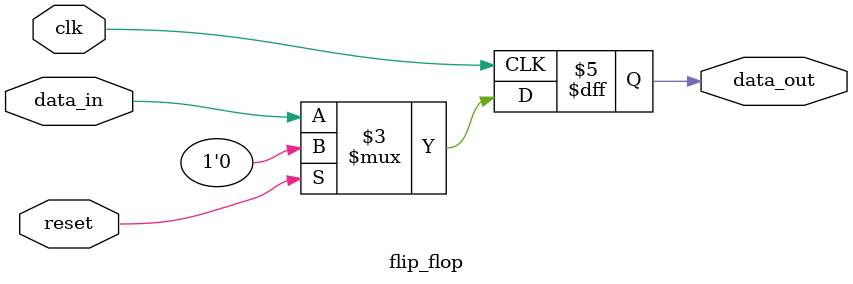
<source format=v>
`timescale 1ns / 1ps


module flip_flop(
    input data_in,
    input clk,
    input reset,
    output reg data_out
    );
    
    always@(posedge clk)begin
        if(reset)
            data_out <= 0;
        else
            data_out <= data_in;
    end
endmodule

</source>
